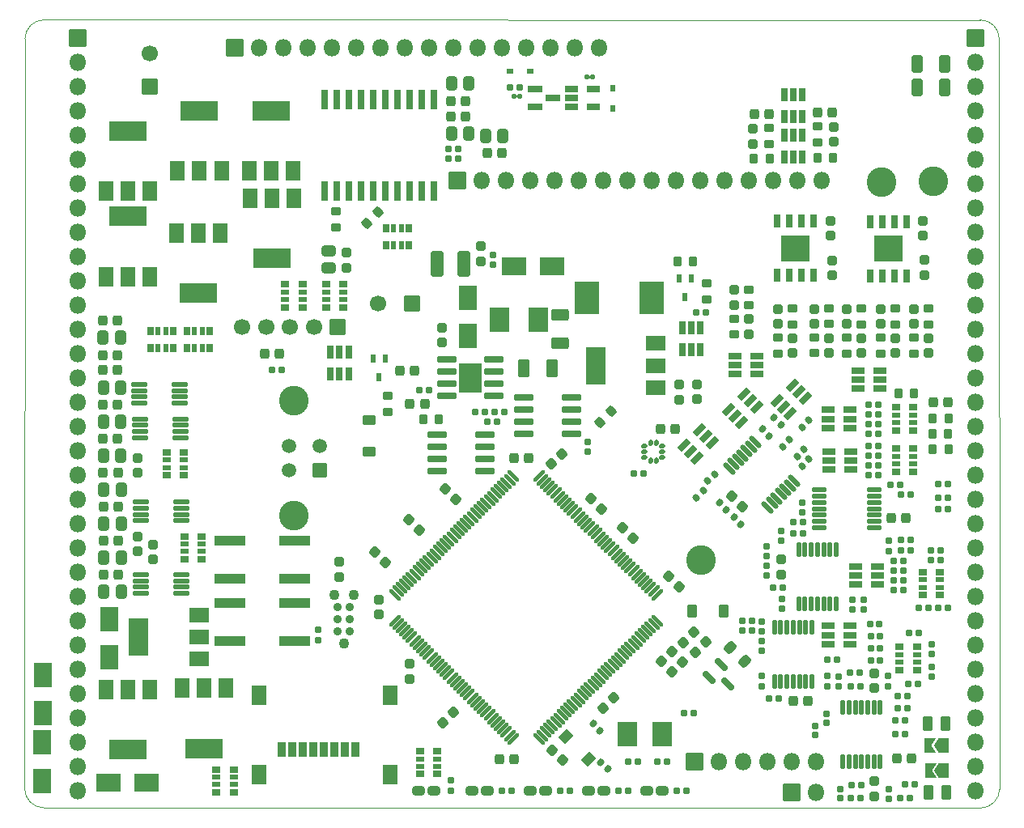
<source format=gbr>
G04 #@! TF.GenerationSoftware,KiCad,Pcbnew,(6.0.1)*
G04 #@! TF.CreationDate,2022-08-29T02:15:06+01:00*
G04 #@! TF.ProjectId,polygonus-Shortage-Version,706f6c79-676f-46e7-9573-2d53686f7274,rev?*
G04 #@! TF.SameCoordinates,Original*
G04 #@! TF.FileFunction,Soldermask,Top*
G04 #@! TF.FilePolarity,Negative*
%FSLAX46Y46*%
G04 Gerber Fmt 4.6, Leading zero omitted, Abs format (unit mm)*
G04 Created by KiCad (PCBNEW (6.0.1)) date 2022-08-29 02:15:06*
%MOMM*%
%LPD*%
G01*
G04 APERTURE LIST*
G04 Aperture macros list*
%AMRoundRect*
0 Rectangle with rounded corners*
0 $1 Rounding radius*
0 $2 $3 $4 $5 $6 $7 $8 $9 X,Y pos of 4 corners*
0 Add a 4 corners polygon primitive as box body*
4,1,4,$2,$3,$4,$5,$6,$7,$8,$9,$2,$3,0*
0 Add four circle primitives for the rounded corners*
1,1,$1+$1,$2,$3*
1,1,$1+$1,$4,$5*
1,1,$1+$1,$6,$7*
1,1,$1+$1,$8,$9*
0 Add four rect primitives between the rounded corners*
20,1,$1+$1,$2,$3,$4,$5,0*
20,1,$1+$1,$4,$5,$6,$7,0*
20,1,$1+$1,$6,$7,$8,$9,0*
20,1,$1+$1,$8,$9,$2,$3,0*%
%AMFreePoly0*
4,1,16,0.533941,0.783941,0.539938,0.776626,1.039938,0.026626,1.047068,-0.009414,1.039938,-0.026626,0.539938,-0.776626,0.509414,-0.797068,0.500000,-0.798000,-0.500000,-0.798000,-0.533941,-0.783941,-0.548000,-0.750000,-0.548000,0.750000,-0.533941,0.783941,-0.500000,0.798000,0.500000,0.798000,0.533941,0.783941,0.533941,0.783941,$1*%
%AMFreePoly1*
4,1,16,0.533941,0.783941,0.548000,0.750000,0.548000,-0.750000,0.533941,-0.783941,0.500000,-0.798000,-0.650000,-0.798000,-0.683941,-0.783941,-0.698000,-0.750000,-0.689938,-0.723374,-0.207689,0.000000,-0.689938,0.723374,-0.697068,0.759414,-0.676626,0.789938,-0.650000,0.798000,0.500000,0.798000,0.533941,0.783941,0.533941,0.783941,$1*%
G04 Aperture macros list end*
G04 #@! TA.AperFunction,Profile*
%ADD10C,0.050000*%
G04 #@! TD*
%ADD11RoundRect,0.273000X0.250000X-0.225000X0.250000X0.225000X-0.250000X0.225000X-0.250000X-0.225000X0*%
%ADD12RoundRect,0.183000X-0.135000X-0.185000X0.135000X-0.185000X0.135000X0.185000X-0.135000X0.185000X0*%
%ADD13RoundRect,0.183000X0.226274X0.035355X0.035355X0.226274X-0.226274X-0.035355X-0.035355X-0.226274X0*%
%ADD14RoundRect,0.148000X0.100000X-0.637500X0.100000X0.637500X-0.100000X0.637500X-0.100000X-0.637500X0*%
%ADD15RoundRect,0.148000X0.637500X0.100000X-0.637500X0.100000X-0.637500X-0.100000X0.637500X-0.100000X0*%
%ADD16RoundRect,0.048000X-0.325000X0.655000X-0.325000X-0.655000X0.325000X-0.655000X0.325000X0.655000X0*%
%ADD17RoundRect,0.048000X-0.300000X0.655000X-0.300000X-0.655000X0.300000X-0.655000X0.300000X0.655000X0*%
%ADD18RoundRect,0.048000X-0.750000X0.662500X-0.750000X-0.662500X0.750000X-0.662500X0.750000X0.662500X0*%
%ADD19RoundRect,0.273000X-0.250000X0.225000X-0.250000X-0.225000X0.250000X-0.225000X0.250000X0.225000X0*%
%ADD20RoundRect,0.183000X-0.226274X-0.035355X-0.035355X-0.226274X0.226274X0.035355X0.035355X0.226274X0*%
%ADD21RoundRect,0.273000X-0.225000X-0.250000X0.225000X-0.250000X0.225000X0.250000X-0.225000X0.250000X0*%
%ADD22RoundRect,0.273000X0.017678X-0.335876X0.335876X-0.017678X-0.017678X0.335876X-0.335876X0.017678X0*%
%ADD23RoundRect,0.188000X-0.140000X-0.170000X0.140000X-0.170000X0.140000X0.170000X-0.140000X0.170000X0*%
%ADD24RoundRect,0.273000X0.335876X0.017678X0.017678X0.335876X-0.335876X-0.017678X-0.017678X-0.335876X0*%
%ADD25RoundRect,0.273000X-0.335876X-0.017678X-0.017678X-0.335876X0.335876X0.017678X0.017678X0.335876X0*%
%ADD26RoundRect,0.266750X0.424264X0.114905X0.114905X0.424264X-0.424264X-0.114905X-0.114905X-0.424264X0*%
%ADD27RoundRect,0.248000X0.200000X0.275000X-0.200000X0.275000X-0.200000X-0.275000X0.200000X-0.275000X0*%
%ADD28RoundRect,0.048000X0.400000X0.250000X-0.400000X0.250000X-0.400000X-0.250000X0.400000X-0.250000X0*%
%ADD29RoundRect,0.048000X0.400000X0.200000X-0.400000X0.200000X-0.400000X-0.200000X0.400000X-0.200000X0*%
%ADD30RoundRect,0.148000X0.521491X-0.380070X-0.380070X0.521491X-0.521491X0.380070X0.380070X-0.521491X0*%
%ADD31RoundRect,0.048000X-0.250000X0.400000X-0.250000X-0.400000X0.250000X-0.400000X0.250000X0.400000X0*%
%ADD32RoundRect,0.048000X-0.200000X0.400000X-0.200000X-0.400000X0.200000X-0.400000X0.200000X0.400000X0*%
%ADD33RoundRect,0.183000X0.135000X0.185000X-0.135000X0.185000X-0.135000X-0.185000X0.135000X-0.185000X0*%
%ADD34RoundRect,0.273000X0.225000X0.250000X-0.225000X0.250000X-0.225000X-0.250000X0.225000X-0.250000X0*%
%ADD35RoundRect,0.123000X0.521491X-0.415425X-0.415425X0.521491X-0.521491X0.415425X0.415425X-0.521491X0*%
%ADD36RoundRect,0.123000X0.521491X0.415425X0.415425X0.521491X-0.521491X-0.415425X-0.415425X-0.521491X0*%
%ADD37RoundRect,0.298000X-0.325000X-0.650000X0.325000X-0.650000X0.325000X0.650000X-0.325000X0.650000X0*%
%ADD38RoundRect,0.248000X-0.200000X-0.275000X0.200000X-0.275000X0.200000X0.275000X-0.200000X0.275000X0*%
%ADD39RoundRect,0.188000X0.140000X0.170000X-0.140000X0.170000X-0.140000X-0.170000X0.140000X-0.170000X0*%
%ADD40RoundRect,0.048000X0.250000X-0.400000X0.250000X0.400000X-0.250000X0.400000X-0.250000X-0.400000X0*%
%ADD41RoundRect,0.048000X0.200000X-0.400000X0.200000X0.400000X-0.200000X0.400000X-0.200000X-0.400000X0*%
%ADD42RoundRect,0.048000X-1.250000X-0.900000X1.250000X-0.900000X1.250000X0.900000X-1.250000X0.900000X0*%
%ADD43RoundRect,0.048000X-0.400000X-0.250000X0.400000X-0.250000X0.400000X0.250000X-0.400000X0.250000X0*%
%ADD44RoundRect,0.048000X-0.400000X-0.200000X0.400000X-0.200000X0.400000X0.200000X-0.400000X0.200000X0*%
%ADD45RoundRect,0.298000X-0.262500X-0.450000X0.262500X-0.450000X0.262500X0.450000X-0.262500X0.450000X0*%
%ADD46RoundRect,0.148000X0.712500X0.100000X-0.712500X0.100000X-0.712500X-0.100000X0.712500X-0.100000X0*%
%ADD47RoundRect,0.260500X0.400000X0.212500X-0.400000X0.212500X-0.400000X-0.212500X0.400000X-0.212500X0*%
%ADD48RoundRect,0.183000X-0.185000X0.135000X-0.185000X-0.135000X0.185000X-0.135000X0.185000X0.135000X0*%
%ADD49RoundRect,0.248000X-0.275000X0.200000X-0.275000X-0.200000X0.275000X-0.200000X0.275000X0.200000X0*%
%ADD50RoundRect,0.248000X0.275000X-0.200000X0.275000X0.200000X-0.275000X0.200000X-0.275000X-0.200000X0*%
%ADD51RoundRect,0.048000X0.600000X-0.450000X0.600000X0.450000X-0.600000X0.450000X-0.600000X-0.450000X0*%
%ADD52RoundRect,0.298000X0.312500X0.625000X-0.312500X0.625000X-0.312500X-0.625000X0.312500X-0.625000X0*%
%ADD53RoundRect,0.298000X-0.312500X-0.625000X0.312500X-0.625000X0.312500X0.625000X-0.312500X0.625000X0*%
%ADD54C,3.096000*%
%ADD55RoundRect,0.198000X0.150000X-0.512500X0.150000X0.512500X-0.150000X0.512500X-0.150000X-0.512500X0*%
%ADD56RoundRect,0.048000X0.225000X0.350000X-0.225000X0.350000X-0.225000X-0.350000X0.225000X-0.350000X0*%
%ADD57RoundRect,0.183000X0.185000X-0.135000X0.185000X0.135000X-0.185000X0.135000X-0.185000X-0.135000X0*%
%ADD58RoundRect,0.048000X0.800000X0.800000X-0.800000X0.800000X-0.800000X-0.800000X0.800000X-0.800000X0*%
%ADD59C,1.696000*%
%ADD60RoundRect,0.048000X1.250000X-1.650000X1.250000X1.650000X-1.250000X1.650000X-1.250000X-1.650000X0*%
%ADD61RoundRect,0.183000X-0.035355X0.226274X-0.226274X0.035355X0.035355X-0.226274X0.226274X-0.035355X0*%
%ADD62RoundRect,0.183000X0.035355X-0.226274X0.226274X-0.035355X-0.035355X0.226274X-0.226274X0.035355X0*%
%ADD63RoundRect,0.198000X0.512500X0.150000X-0.512500X0.150000X-0.512500X-0.150000X0.512500X-0.150000X0*%
%ADD64RoundRect,0.188000X-0.170000X0.140000X-0.170000X-0.140000X0.170000X-0.140000X0.170000X0.140000X0*%
%ADD65RoundRect,0.188000X0.170000X-0.140000X0.170000X0.140000X-0.170000X0.140000X-0.170000X-0.140000X0*%
%ADD66RoundRect,0.148000X-0.100000X0.637500X-0.100000X-0.637500X0.100000X-0.637500X0.100000X0.637500X0*%
%ADD67RoundRect,0.048000X1.000000X0.750000X-1.000000X0.750000X-1.000000X-0.750000X1.000000X-0.750000X0*%
%ADD68RoundRect,0.048000X1.000000X1.900000X-1.000000X1.900000X-1.000000X-1.900000X1.000000X-1.900000X0*%
%ADD69RoundRect,0.048000X-1.000000X-1.200000X1.000000X-1.200000X1.000000X1.200000X-1.000000X1.200000X0*%
%ADD70RoundRect,0.198000X-0.825000X-0.150000X0.825000X-0.150000X0.825000X0.150000X-0.825000X0.150000X0*%
%ADD71RoundRect,0.048000X-1.145000X-1.500000X1.145000X-1.500000X1.145000X1.500000X-1.145000X1.500000X0*%
%ADD72RoundRect,0.048000X0.900000X-1.250000X0.900000X1.250000X-0.900000X1.250000X-0.900000X-1.250000X0*%
%ADD73RoundRect,0.048000X-0.900000X1.250000X-0.900000X-1.250000X0.900000X-1.250000X0.900000X1.250000X0*%
%ADD74RoundRect,0.198000X-0.150000X0.512500X-0.150000X-0.512500X0.150000X-0.512500X0.150000X0.512500X0*%
%ADD75RoundRect,0.298000X0.375000X1.075000X-0.375000X1.075000X-0.375000X-1.075000X0.375000X-1.075000X0*%
%ADD76RoundRect,0.248000X-0.053033X0.335876X-0.335876X0.053033X0.053033X-0.335876X0.335876X-0.053033X0*%
%ADD77RoundRect,0.048000X0.950000X1.250000X-0.950000X1.250000X-0.950000X-1.250000X0.950000X-1.250000X0*%
%ADD78RoundRect,0.298000X-0.650000X0.325000X-0.650000X-0.325000X0.650000X-0.325000X0.650000X0.325000X0*%
%ADD79RoundRect,0.298000X-0.250000X-0.475000X0.250000X-0.475000X0.250000X0.475000X-0.250000X0.475000X0*%
%ADD80RoundRect,0.048000X0.850000X-0.850000X0.850000X0.850000X-0.850000X0.850000X-0.850000X-0.850000X0*%
%ADD81O,1.796000X1.796000*%
%ADD82FreePoly0,180.000000*%
%ADD83FreePoly1,180.000000*%
%ADD84RoundRect,0.048000X0.400000X0.750000X-0.400000X0.750000X-0.400000X-0.750000X0.400000X-0.750000X0*%
%ADD85RoundRect,0.048000X0.725000X1.000000X-0.725000X1.000000X-0.725000X-1.000000X0.725000X-1.000000X0*%
%ADD86RoundRect,0.048000X-0.700000X0.700000X-0.700000X-0.700000X0.700000X-0.700000X0.700000X0.700000X0*%
%ADD87C,1.496000*%
%ADD88RoundRect,0.298000X-0.450000X0.262500X-0.450000X-0.262500X0.450000X-0.262500X0.450000X0.262500X0*%
%ADD89RoundRect,0.198000X-0.521491X0.309359X0.309359X-0.521491X0.521491X-0.309359X-0.309359X0.521491X0*%
%ADD90RoundRect,0.148000X-0.100000X0.175000X-0.100000X-0.175000X0.100000X-0.175000X0.100000X0.175000X0*%
%ADD91RoundRect,0.148000X-0.175000X0.100000X-0.175000X-0.100000X0.175000X-0.100000X0.175000X0.100000X0*%
%ADD92RoundRect,0.048000X-1.600000X-0.500000X1.600000X-0.500000X1.600000X0.500000X-1.600000X0.500000X0*%
%ADD93RoundRect,0.048000X1.600000X0.500000X-1.600000X0.500000X-1.600000X-0.500000X1.600000X-0.500000X0*%
%ADD94C,1.086600*%
%ADD95C,0.883400*%
%ADD96RoundRect,0.048000X-0.450000X-0.600000X0.450000X-0.600000X0.450000X0.600000X-0.450000X0.600000X0*%
%ADD97RoundRect,0.048000X-0.742462X-0.106066X-0.106066X-0.742462X0.742462X0.106066X0.106066X0.742462X0*%
%ADD98RoundRect,0.048000X0.225000X-0.300000X0.225000X0.300000X-0.225000X0.300000X-0.225000X-0.300000X0*%
%ADD99RoundRect,0.198000X-0.512500X-0.150000X0.512500X-0.150000X0.512500X0.150000X-0.512500X0.150000X0*%
%ADD100RoundRect,0.048000X0.750000X-1.000000X0.750000X1.000000X-0.750000X1.000000X-0.750000X-1.000000X0*%
%ADD101RoundRect,0.048000X1.900000X-1.000000X1.900000X1.000000X-1.900000X1.000000X-1.900000X-1.000000X0*%
%ADD102RoundRect,0.198000X0.256326X0.468458X-0.468458X-0.256326X-0.256326X-0.468458X0.468458X0.256326X0*%
%ADD103RoundRect,0.048000X0.275000X0.975000X-0.275000X0.975000X-0.275000X-0.975000X0.275000X-0.975000X0*%
%ADD104RoundRect,0.248000X0.053033X-0.335876X0.335876X-0.053033X-0.053033X0.335876X-0.335876X0.053033X0*%
%ADD105RoundRect,0.148000X-0.130000X-0.100000X0.130000X-0.100000X0.130000X0.100000X-0.130000X0.100000X0*%
%ADD106RoundRect,0.048000X-0.750000X1.000000X-0.750000X-1.000000X0.750000X-1.000000X0.750000X1.000000X0*%
%ADD107RoundRect,0.048000X-1.900000X1.000000X-1.900000X-1.000000X1.900000X-1.000000X1.900000X1.000000X0*%
%ADD108RoundRect,0.198000X-0.587500X-0.150000X0.587500X-0.150000X0.587500X0.150000X-0.587500X0.150000X0*%
%ADD109RoundRect,0.048000X-0.300000X-0.225000X0.300000X-0.225000X0.300000X0.225000X-0.300000X0.225000X0*%
%ADD110RoundRect,0.198000X0.825000X0.150000X-0.825000X0.150000X-0.825000X-0.150000X0.825000X-0.150000X0*%
%ADD111RoundRect,0.148000X0.130000X0.100000X-0.130000X0.100000X-0.130000X-0.100000X0.130000X-0.100000X0*%
%ADD112RoundRect,0.048000X0.800000X-0.800000X0.800000X0.800000X-0.800000X0.800000X-0.800000X-0.800000X0*%
%ADD113RoundRect,0.048000X0.850000X0.850000X-0.850000X0.850000X-0.850000X-0.850000X0.850000X-0.850000X0*%
%ADD114RoundRect,0.048000X-0.850000X0.850000X-0.850000X-0.850000X0.850000X-0.850000X0.850000X0.850000X0*%
G04 APERTURE END LIST*
D10*
X27598758Y70480030D02*
X27566743Y-7944264D01*
X29598758Y72480030D02*
G75*
G03*
X27598758Y70480030I-1J-1999999D01*
G01*
X127511245Y72474911D02*
X29598758Y72480030D01*
X29566743Y-9944264D02*
X127539293Y-9975264D01*
X127539293Y-9975264D02*
G75*
G03*
X129539293Y-7975264I1J1999999D01*
G01*
X129539293Y-7975264D02*
X129511245Y70474911D01*
X27566743Y-7944264D02*
G75*
G03*
X29566743Y-9944264I1999999J-1D01*
G01*
X129511245Y70474911D02*
G75*
G03*
X127511245Y72474911I-1999999J1D01*
G01*
X27598758Y70480030D02*
X27566743Y-7944264D01*
X29598758Y72480030D02*
G75*
G03*
X27598758Y70480030I-1J-1999999D01*
G01*
X127511245Y72474911D02*
X29598758Y72480030D01*
X29566743Y-9944264D02*
X127539293Y-9975264D01*
X127539293Y-9975264D02*
G75*
G03*
X129539293Y-7975264I1J1999999D01*
G01*
X129539293Y-7975264D02*
X129511245Y70474911D01*
X27566743Y-7944264D02*
G75*
G03*
X29566743Y-9944264I1999999J-1D01*
G01*
X129511245Y70474911D02*
G75*
G03*
X127511245Y72474911I-1999999J1D01*
G01*
D11*
G04 #@! TO.C,C1015*
X112003326Y45778948D03*
X112003326Y47328948D03*
G04 #@! TD*
D12*
G04 #@! TO.C,R902*
X123130975Y21307317D03*
X124150975Y21307317D03*
G04 #@! TD*
G04 #@! TO.C,R903*
X123142194Y22496586D03*
X124162194Y22496586D03*
G04 #@! TD*
G04 #@! TO.C,R904*
X123119755Y23887806D03*
X124139755Y23887806D03*
G04 #@! TD*
D13*
G04 #@! TO.C,R1007*
X88562124Y-5885124D03*
X87840876Y-5163876D03*
G04 #@! TD*
D14*
G04 #@! TO.C,U801*
X108540000Y11361500D03*
X109190000Y11361500D03*
X109840000Y11361500D03*
X110490000Y11361500D03*
X111140000Y11361500D03*
X111790000Y11361500D03*
X112440000Y11361500D03*
X112440000Y17086500D03*
X111790000Y17086500D03*
X111140000Y17086500D03*
X110490000Y17086500D03*
X109840000Y17086500D03*
X109190000Y17086500D03*
X108540000Y17086500D03*
G04 #@! TD*
D15*
G04 #@! TO.C,U901*
X116400500Y19386000D03*
X116400500Y20036000D03*
X116400500Y20686000D03*
X116400500Y21336000D03*
X116400500Y21986000D03*
X116400500Y22636000D03*
X116400500Y23286000D03*
X110675500Y23286000D03*
X110675500Y22636000D03*
X110675500Y21986000D03*
X110675500Y21336000D03*
X110675500Y20686000D03*
X110675500Y20036000D03*
X110675500Y19386000D03*
G04 #@! TD*
D16*
G04 #@! TO.C,U1004*
X119814671Y51392123D03*
X118544671Y51392123D03*
X117274671Y51392123D03*
D17*
X116004671Y51392123D03*
D16*
X116004671Y45702123D03*
X117274671Y45702123D03*
X118544671Y45702123D03*
X119814671Y45702123D03*
D18*
X118659671Y49209623D03*
X117159671Y47884623D03*
X118659671Y47884623D03*
X117159671Y49209623D03*
G04 #@! TD*
D16*
G04 #@! TO.C,U1005*
X110083142Y51429989D03*
X108813142Y51429989D03*
X107543142Y51429989D03*
D17*
X106273142Y51429989D03*
D16*
X106273142Y45739989D03*
X107543142Y45739989D03*
X108813142Y45739989D03*
X110083142Y45739989D03*
D18*
X108928142Y47922489D03*
X107428142Y49247489D03*
X107428142Y47922489D03*
X108928142Y49247489D03*
G04 #@! TD*
D19*
G04 #@! TO.C,C1016*
X121539912Y51428769D03*
X121539912Y49878769D03*
G04 #@! TD*
D11*
G04 #@! TO.C,C1017*
X121694368Y45805498D03*
X121694368Y47355498D03*
G04 #@! TD*
D19*
G04 #@! TO.C,C1018*
X111896736Y51445598D03*
X111896736Y49895598D03*
G04 #@! TD*
D20*
G04 #@! TO.C,R1006*
X87015376Y-1163376D03*
X87736624Y-1884624D03*
G04 #@! TD*
D21*
G04 #@! TO.C,C701*
X107937000Y1270000D03*
X109487000Y1270000D03*
G04 #@! TD*
D11*
G04 #@! TO.C,C801*
X106680000Y14465000D03*
X106680000Y16015000D03*
G04 #@! TD*
D21*
G04 #@! TO.C,C901*
X118194266Y20335608D03*
X119744266Y20335608D03*
G04 #@! TD*
D22*
G04 #@! TO.C,C1518*
X82636992Y25994992D03*
X83733008Y27091008D03*
G04 #@! TD*
D23*
G04 #@! TO.C,C1521*
X90706000Y-5080000D03*
X91666000Y-5080000D03*
G04 #@! TD*
D21*
G04 #@! TO.C,C1503*
X78727000Y26670000D03*
X80277000Y26670000D03*
G04 #@! TD*
D24*
G04 #@! TO.C,C1505*
X95290008Y4277992D03*
X94193992Y5374008D03*
G04 #@! TD*
G04 #@! TO.C,C1506*
X96052008Y13167992D03*
X94955992Y14264008D03*
G04 #@! TD*
D25*
G04 #@! TO.C,C1507*
X71587992Y23408008D03*
X72684008Y22311992D03*
G04 #@! TD*
D22*
G04 #@! TO.C,C1501*
X96479992Y7325992D03*
X97576008Y8422008D03*
G04 #@! TD*
G04 #@! TO.C,C1502*
X97749992Y6309992D03*
X98846008Y7406008D03*
G04 #@! TD*
D24*
G04 #@! TO.C,C1101*
X102656008Y21549992D03*
X101559992Y22646008D03*
G04 #@! TD*
D26*
G04 #@! TO.C,FB1501*
X102859301Y5344699D03*
X101356699Y6847301D03*
G04 #@! TD*
D12*
G04 #@! TO.C,R901*
X119202315Y18098535D03*
X120222315Y18098535D03*
G04 #@! TD*
G04 #@! TO.C,R1502*
X96518000Y0D03*
X97538000Y0D03*
G04 #@! TD*
D27*
G04 #@! TO.C,R1101*
X124203537Y27547316D03*
X122553537Y27547316D03*
G04 #@! TD*
G04 #@! TO.C,R1102*
X124169878Y29129268D03*
X122519878Y29129268D03*
G04 #@! TD*
G04 #@! TO.C,R1103*
X124181098Y30789757D03*
X122531098Y30789757D03*
G04 #@! TD*
G04 #@! TO.C,R1104*
X120586000Y33401000D03*
X118936000Y33401000D03*
G04 #@! TD*
D28*
G04 #@! TO.C,RN701*
X120887074Y4487074D03*
D29*
X120887074Y5287074D03*
X120887074Y6087074D03*
D28*
X120887074Y6887074D03*
X119087074Y6887074D03*
D29*
X119087074Y6087074D03*
X119087074Y5287074D03*
D28*
X119087074Y4487074D03*
G04 #@! TD*
G04 #@! TO.C,RN801*
X123301709Y12312926D03*
D29*
X123301709Y13112926D03*
X123301709Y13912926D03*
D28*
X123301709Y14712926D03*
X121501709Y14712926D03*
D29*
X121501709Y13912926D03*
X121501709Y13112926D03*
D28*
X121501709Y12312926D03*
G04 #@! TD*
G04 #@! TO.C,RN901*
X120534000Y25216000D03*
D29*
X120534000Y26016000D03*
X120534000Y26816000D03*
D28*
X120534000Y27616000D03*
X118734000Y27616000D03*
D29*
X118734000Y26816000D03*
X118734000Y26016000D03*
D28*
X118734000Y25216000D03*
G04 #@! TD*
G04 #@! TO.C,RN1101*
X120534000Y29534000D03*
D29*
X120534000Y30334000D03*
X120534000Y31134000D03*
D28*
X120534000Y31934000D03*
X118734000Y31934000D03*
D29*
X118734000Y31134000D03*
X118734000Y30334000D03*
D28*
X118734000Y29534000D03*
G04 #@! TD*
D30*
G04 #@! TO.C,U1101*
X105293235Y21489049D03*
X105752854Y21948668D03*
X106212474Y22408287D03*
X106672093Y22867907D03*
X107131713Y23327526D03*
X107591332Y23787146D03*
X108050951Y24246765D03*
X104002765Y28294951D03*
X103543146Y27835332D03*
X103083526Y27375713D03*
X102623907Y26916093D03*
X102164287Y26456474D03*
X101704668Y25996854D03*
X101245049Y25537235D03*
G04 #@! TD*
D21*
G04 #@! TO.C,C1516*
X52662462Y37533142D03*
X54212462Y37533142D03*
G04 #@! TD*
D12*
G04 #@! TO.C,R1501*
X53400730Y35884875D03*
X54420730Y35884875D03*
G04 #@! TD*
D19*
G04 #@! TO.C,C1301*
X61218413Y48102703D03*
X61218413Y46552703D03*
G04 #@! TD*
D21*
G04 #@! TO.C,C1302*
X75971164Y58519287D03*
X77521164Y58519287D03*
G04 #@! TD*
D31*
G04 #@! TO.C,RN1301*
X67750175Y50664268D03*
D32*
X66950175Y50664268D03*
X66150175Y50664268D03*
D31*
X65350175Y50664268D03*
X65350175Y48864268D03*
D32*
X66150175Y48864268D03*
X66950175Y48864268D03*
D31*
X67750175Y48864268D03*
G04 #@! TD*
D19*
G04 #@! TO.C,C1523*
X97854133Y34331095D03*
X97854133Y32781095D03*
G04 #@! TD*
D33*
G04 #@! TO.C,R1504*
X98808000Y41910000D03*
X97788000Y41910000D03*
G04 #@! TD*
D14*
G04 #@! TO.C,U701*
X106000000Y3233500D03*
X106650000Y3233500D03*
X107300000Y3233500D03*
X107950000Y3233500D03*
X108600000Y3233500D03*
X109250000Y3233500D03*
X109900000Y3233500D03*
X109900000Y8958500D03*
X109250000Y8958500D03*
X108600000Y8958500D03*
X107950000Y8958500D03*
X107300000Y8958500D03*
X106650000Y8958500D03*
X106000000Y8958500D03*
G04 #@! TD*
D25*
G04 #@! TO.C,C1508*
X67777992Y20207608D03*
X68874008Y19111592D03*
G04 #@! TD*
D24*
G04 #@! TO.C,C1509*
X91226008Y18247992D03*
X90129992Y19344008D03*
G04 #@! TD*
D19*
G04 #@! TO.C,C1510*
X67818000Y5093000D03*
X67818000Y3543000D03*
G04 #@! TD*
D34*
G04 #@! TO.C,C1511*
X78753000Y-4826000D03*
X77203000Y-4826000D03*
G04 #@! TD*
D11*
G04 #@! TO.C,C1513*
X64643000Y10274000D03*
X64643000Y11824000D03*
G04 #@! TD*
D22*
G04 #@! TO.C,C1515*
X88097992Y467992D03*
X89194008Y1564008D03*
G04 #@! TD*
D35*
G04 #@! TO.C,U1501*
X81352342Y-2726710D03*
X81705895Y-2373157D03*
X82059449Y-2019604D03*
X82413002Y-1666050D03*
X82766555Y-1312497D03*
X83120109Y-958943D03*
X83473662Y-605390D03*
X83827215Y-251837D03*
X84180769Y101717D03*
X84534322Y455270D03*
X84887876Y808824D03*
X85241429Y1162377D03*
X85594982Y1515930D03*
X85948536Y1869484D03*
X86302089Y2223037D03*
X86655643Y2576590D03*
X87009196Y2930144D03*
X87362749Y3283697D03*
X87716303Y3637251D03*
X88069856Y3990804D03*
X88423410Y4344357D03*
X88776963Y4697911D03*
X89130516Y5051464D03*
X89484070Y5405018D03*
X89837623Y5758571D03*
X90191176Y6112124D03*
X90544730Y6465678D03*
X90898283Y6819231D03*
X91251837Y7172785D03*
X91605390Y7526338D03*
X91958943Y7879891D03*
X92312497Y8233445D03*
X92666050Y8586998D03*
X93019604Y8940551D03*
X93373157Y9294105D03*
X93726710Y9647658D03*
D36*
X93726710Y12352342D03*
X93373157Y12705895D03*
X93019604Y13059449D03*
X92666050Y13413002D03*
X92312497Y13766555D03*
X91958943Y14120109D03*
X91605390Y14473662D03*
X91251837Y14827215D03*
X90898283Y15180769D03*
X90544730Y15534322D03*
X90191176Y15887876D03*
X89837623Y16241429D03*
X89484070Y16594982D03*
X89130516Y16948536D03*
X88776963Y17302089D03*
X88423410Y17655643D03*
X88069856Y18009196D03*
X87716303Y18362749D03*
X87362749Y18716303D03*
X87009196Y19069856D03*
X86655643Y19423410D03*
X86302089Y19776963D03*
X85948536Y20130516D03*
X85594982Y20484070D03*
X85241429Y20837623D03*
X84887876Y21191176D03*
X84534322Y21544730D03*
X84180769Y21898283D03*
X83827215Y22251837D03*
X83473662Y22605390D03*
X83120109Y22958943D03*
X82766555Y23312497D03*
X82413002Y23666050D03*
X82059449Y24019604D03*
X81705895Y24373157D03*
X81352342Y24726710D03*
D35*
X78647658Y24726710D03*
X78294105Y24373157D03*
X77940551Y24019604D03*
X77586998Y23666050D03*
X77233445Y23312497D03*
X76879891Y22958943D03*
X76526338Y22605390D03*
X76172785Y22251837D03*
X75819231Y21898283D03*
X75465678Y21544730D03*
X75112124Y21191176D03*
X74758571Y20837623D03*
X74405018Y20484070D03*
X74051464Y20130516D03*
X73697911Y19776963D03*
X73344357Y19423410D03*
X72990804Y19069856D03*
X72637251Y18716303D03*
X72283697Y18362749D03*
X71930144Y18009196D03*
X71576590Y17655643D03*
X71223037Y17302089D03*
X70869484Y16948536D03*
X70515930Y16594982D03*
X70162377Y16241429D03*
X69808824Y15887876D03*
X69455270Y15534322D03*
X69101717Y15180769D03*
X68748163Y14827215D03*
X68394610Y14473662D03*
X68041057Y14120109D03*
X67687503Y13766555D03*
X67333950Y13413002D03*
X66980396Y13059449D03*
X66626843Y12705895D03*
X66273290Y12352342D03*
D36*
X66273290Y9647658D03*
X66626843Y9294105D03*
X66980396Y8940551D03*
X67333950Y8586998D03*
X67687503Y8233445D03*
X68041057Y7879891D03*
X68394610Y7526338D03*
X68748163Y7172785D03*
X69101717Y6819231D03*
X69455270Y6465678D03*
X69808824Y6112124D03*
X70162377Y5758571D03*
X70515930Y5405018D03*
X70869484Y5051464D03*
X71223037Y4697911D03*
X71576590Y4344357D03*
X71930144Y3990804D03*
X72283697Y3637251D03*
X72637251Y3283697D03*
X72990804Y2930144D03*
X73344357Y2576590D03*
X73697911Y2223037D03*
X74051464Y1869484D03*
X74405018Y1515930D03*
X74758571Y1162377D03*
X75112124Y808824D03*
X75465678Y455270D03*
X75819231Y101717D03*
X76172785Y-251837D03*
X76526338Y-605390D03*
X76879891Y-958943D03*
X77233445Y-1312497D03*
X77586998Y-1666050D03*
X77940551Y-2019604D03*
X78294105Y-2373157D03*
X78647658Y-2726710D03*
G04 #@! TD*
D34*
G04 #@! TO.C,C1002*
X68339000Y35814000D03*
X66789000Y35814000D03*
G04 #@! TD*
D37*
G04 #@! TO.C,C1004*
X79805000Y36068000D03*
X82755000Y36068000D03*
G04 #@! TD*
D38*
G04 #@! TO.C,R1004*
X95822000Y47244000D03*
X97472000Y47244000D03*
G04 #@! TD*
D39*
G04 #@! TO.C,C1522*
X94714000Y-5080000D03*
X93754000Y-5080000D03*
G04 #@! TD*
D24*
G04 #@! TO.C,C1504*
X87924008Y21295992D03*
X86827992Y22392008D03*
G04 #@! TD*
D28*
G04 #@! TO.C,RN501*
X49438751Y-8325729D03*
D29*
X49438751Y-7525729D03*
X49438751Y-6725729D03*
D28*
X49438751Y-5925729D03*
X47638751Y-5925729D03*
D29*
X47638751Y-6725729D03*
X47638751Y-7525729D03*
D28*
X47638751Y-8325729D03*
G04 #@! TD*
D40*
G04 #@! TO.C,RN201*
X44527547Y38147586D03*
D41*
X45327547Y38147586D03*
X46127547Y38147586D03*
D40*
X46927547Y38147586D03*
X46927547Y39947586D03*
D41*
X46127547Y39947586D03*
X45327547Y39947586D03*
D40*
X44527547Y39947586D03*
G04 #@! TD*
G04 #@! TO.C,RN301*
X40707013Y38147586D03*
D41*
X41507013Y38147586D03*
X42307013Y38147586D03*
D40*
X43107013Y38147586D03*
X43107013Y39947586D03*
D41*
X42307013Y39947586D03*
X41507013Y39947586D03*
D40*
X40707013Y39947586D03*
G04 #@! TD*
D11*
G04 #@! TO.C,C1006*
X75311000Y47231000D03*
X75311000Y48781000D03*
G04 #@! TD*
D42*
G04 #@! TO.C,D903*
X78772000Y46736000D03*
X82772000Y46736000D03*
G04 #@! TD*
D28*
G04 #@! TO.C,RN202*
X60892921Y42396889D03*
D29*
X60892921Y43196889D03*
X60892921Y43996889D03*
D28*
X60892921Y44796889D03*
X59092921Y44796889D03*
D29*
X59092921Y43996889D03*
X59092921Y43196889D03*
D28*
X59092921Y42396889D03*
G04 #@! TD*
G04 #@! TO.C,RN302*
X56624059Y42396889D03*
D29*
X56624059Y43196889D03*
X56624059Y43996889D03*
D28*
X56624059Y44796889D03*
X54824059Y44796889D03*
D29*
X54824059Y43996889D03*
X54824059Y43196889D03*
D28*
X54824059Y42396889D03*
G04 #@! TD*
D43*
G04 #@! TO.C,RN502*
X68932197Y-4025853D03*
D44*
X68932197Y-4825853D03*
X68932197Y-5625853D03*
D43*
X68932197Y-6425853D03*
X70732197Y-6425853D03*
D44*
X70732197Y-5625853D03*
X70732197Y-4825853D03*
D43*
X70732197Y-4025853D03*
G04 #@! TD*
D11*
G04 #@! TO.C,C1604*
X39417944Y16895591D03*
X39417944Y18445591D03*
G04 #@! TD*
D21*
G04 #@! TO.C,C1605*
X35811605Y14418165D03*
X37361605Y14418165D03*
G04 #@! TD*
G04 #@! TO.C,C1606*
X35811605Y17991793D03*
X37361605Y17991793D03*
G04 #@! TD*
D19*
G04 #@! TO.C,C1607*
X40957852Y17573129D03*
X40957852Y16023129D03*
G04 #@! TD*
D21*
G04 #@! TO.C,C1608*
X35798610Y21539431D03*
X37348610Y21539431D03*
G04 #@! TD*
G04 #@! TO.C,C1609*
X35759625Y25087070D03*
X37309625Y25087070D03*
G04 #@! TD*
D11*
G04 #@! TO.C,C1701*
X39371411Y25063581D03*
X39371411Y26613581D03*
G04 #@! TD*
D21*
G04 #@! TO.C,C1702*
X35754925Y28660698D03*
X37304925Y28660698D03*
G04 #@! TD*
G04 #@! TO.C,C1703*
X35728935Y32195341D03*
X37278935Y32195341D03*
G04 #@! TD*
G04 #@! TO.C,C1704*
X35714668Y41015081D03*
X37264668Y41015081D03*
G04 #@! TD*
G04 #@! TO.C,C1705*
X35720640Y35845890D03*
X37270640Y35845890D03*
G04 #@! TD*
G04 #@! TO.C,C1706*
X35702945Y37405291D03*
X37252945Y37405291D03*
G04 #@! TD*
D45*
G04 #@! TO.C,R1601*
X35869031Y12637848D03*
X37694031Y12637848D03*
G04 #@! TD*
G04 #@! TO.C,R1602*
X35869031Y16198482D03*
X37694031Y16198482D03*
G04 #@! TD*
G04 #@! TO.C,R1603*
X35856036Y19759115D03*
X37681036Y19759115D03*
G04 #@! TD*
G04 #@! TO.C,R1604*
X35845890Y23319748D03*
X37670890Y23319748D03*
G04 #@! TD*
G04 #@! TO.C,R1701*
X35806905Y26867386D03*
X37631905Y26867386D03*
G04 #@! TD*
G04 #@! TO.C,R1702*
X35804056Y30441014D03*
X37629056Y30441014D03*
G04 #@! TD*
G04 #@! TO.C,R1703*
X35793910Y33974608D03*
X37618910Y33974608D03*
G04 #@! TD*
G04 #@! TO.C,R1704*
X35772093Y39221769D03*
X37597093Y39221769D03*
G04 #@! TD*
D46*
G04 #@! TO.C,U1602*
X43967008Y12485208D03*
X43967008Y13135208D03*
X43967008Y13785208D03*
X43967008Y14435208D03*
X39742008Y14435208D03*
X39742008Y13785208D03*
X39742008Y13135208D03*
X39742008Y12485208D03*
G04 #@! TD*
G04 #@! TO.C,U1603*
X43967008Y20067797D03*
X43967008Y20717797D03*
X43967008Y21367797D03*
X43967008Y22017797D03*
X39742008Y22017797D03*
X39742008Y21367797D03*
X39742008Y20717797D03*
X39742008Y20067797D03*
G04 #@! TD*
G04 #@! TO.C,U1701*
X43881730Y28772205D03*
X43881730Y29422205D03*
X43881730Y30072205D03*
X43881730Y30722205D03*
X39656730Y30722205D03*
X39656730Y30072205D03*
X39656730Y29422205D03*
X39656730Y28772205D03*
G04 #@! TD*
G04 #@! TO.C,U1702*
X43798073Y32377947D03*
X43798073Y33027947D03*
X43798073Y33677947D03*
X43798073Y34327947D03*
X39573073Y34327947D03*
X39573073Y33677947D03*
X39573073Y33027947D03*
X39573073Y32377947D03*
G04 #@! TD*
D47*
G04 #@! TO.C,D1502*
X70408500Y-8128000D03*
X68783500Y-8128000D03*
G04 #@! TD*
D48*
G04 #@! TO.C,R1508*
X72136000Y-7110000D03*
X72136000Y-8130000D03*
G04 #@! TD*
D28*
G04 #@! TO.C,RN1601*
X46064463Y16053702D03*
D29*
X46064463Y16853702D03*
X46064463Y17653702D03*
D28*
X46064463Y18453702D03*
X44264463Y18453702D03*
D29*
X44264463Y17653702D03*
X44264463Y16853702D03*
D28*
X44264463Y16053702D03*
G04 #@! TD*
D43*
G04 #@! TO.C,RN1701*
X42416447Y27223760D03*
D44*
X42416447Y26423760D03*
X42416447Y25623760D03*
D43*
X42416447Y24823760D03*
X44216447Y24823760D03*
D44*
X44216447Y25623760D03*
X44216447Y26423760D03*
D43*
X44216447Y27223760D03*
G04 #@! TD*
D11*
G04 #@! TO.C,C1204*
X110169903Y40696474D03*
X110169903Y42246474D03*
G04 #@! TD*
G04 #@! TO.C,C1208*
X103319940Y39608627D03*
X103319940Y41158627D03*
G04 #@! TD*
G04 #@! TO.C,C1402*
X115092196Y37604500D03*
X115092196Y39154500D03*
G04 #@! TD*
G04 #@! TO.C,C1403*
X120556828Y40690713D03*
X120556828Y42240713D03*
G04 #@! TD*
G04 #@! TO.C,C1404*
X122080828Y37642713D03*
X122080828Y39192713D03*
G04 #@! TD*
G04 #@! TO.C,C1405*
X117080632Y40674706D03*
X117080632Y42224706D03*
G04 #@! TD*
G04 #@! TO.C,C1406*
X118604632Y37626706D03*
X118604632Y39176706D03*
G04 #@! TD*
G04 #@! TO.C,C1407*
X106349131Y40643085D03*
X106349131Y42193085D03*
G04 #@! TD*
G04 #@! TO.C,C1408*
X107881702Y37604825D03*
X107881702Y39154825D03*
G04 #@! TD*
D49*
G04 #@! TO.C,R1201*
X111693903Y42296474D03*
X111693903Y40646474D03*
G04 #@! TD*
D50*
G04 #@! TO.C,R1202*
X110169903Y37598474D03*
X110169903Y39248474D03*
G04 #@! TD*
D49*
G04 #@! TO.C,R1203*
X103319940Y44256627D03*
X103319940Y42606627D03*
G04 #@! TD*
D50*
G04 #@! TO.C,R1204*
X101795940Y39558627D03*
X101795940Y41208627D03*
G04 #@! TD*
D49*
G04 #@! TO.C,R1401*
X115092196Y42252500D03*
X115092196Y40602500D03*
G04 #@! TD*
D50*
G04 #@! TO.C,R1402*
X113568196Y37554500D03*
X113568196Y39204500D03*
G04 #@! TD*
D49*
G04 #@! TO.C,R1403*
X122080828Y42290713D03*
X122080828Y40640713D03*
G04 #@! TD*
D50*
G04 #@! TO.C,R1404*
X120556828Y37592713D03*
X120556828Y39242713D03*
G04 #@! TD*
D49*
G04 #@! TO.C,R1405*
X118604632Y42274706D03*
X118604632Y40624706D03*
G04 #@! TD*
D50*
G04 #@! TO.C,R1406*
X117080632Y37576706D03*
X117080632Y39226706D03*
G04 #@! TD*
D49*
G04 #@! TO.C,R1407*
X107881702Y42252825D03*
X107881702Y40602825D03*
G04 #@! TD*
D21*
G04 #@! TO.C,C1409*
X122603537Y32450246D03*
X124153537Y32450246D03*
G04 #@! TD*
D50*
G04 #@! TO.C,R1408*
X106357702Y37554825D03*
X106357702Y39204825D03*
G04 #@! TD*
D11*
G04 #@! TO.C,C1401*
X113568196Y40652500D03*
X113568196Y42202500D03*
G04 #@! TD*
G04 #@! TO.C,C1207*
X101795940Y42656627D03*
X101795940Y44206627D03*
G04 #@! TD*
G04 #@! TO.C,C1205*
X111693903Y37648474D03*
X111693903Y39198474D03*
G04 #@! TD*
D24*
G04 #@! TO.C,C1519*
X65318008Y15707992D03*
X64221992Y16804008D03*
G04 #@! TD*
D22*
G04 #@! TO.C,C1512*
X71333992Y-1056008D03*
X72430008Y40008D03*
G04 #@! TD*
D51*
G04 #@! TO.C,D1503*
X63597462Y27342595D03*
X63597462Y30642595D03*
G04 #@! TD*
D52*
G04 #@! TO.C,F101*
X123834448Y67857561D03*
X120909448Y67857561D03*
G04 #@! TD*
D53*
G04 #@! TO.C,F102*
X120909448Y65434146D03*
X123834448Y65434146D03*
G04 #@! TD*
D47*
G04 #@! TO.C,D1504*
X75996500Y-8128000D03*
X74371500Y-8128000D03*
G04 #@! TD*
G04 #@! TO.C,D1505*
X82092500Y-8128000D03*
X80467500Y-8128000D03*
G04 #@! TD*
G04 #@! TO.C,D1506*
X88188500Y-8128000D03*
X86563500Y-8128000D03*
G04 #@! TD*
G04 #@! TO.C,D1507*
X94284500Y-8128000D03*
X92659500Y-8128000D03*
G04 #@! TD*
D33*
G04 #@! TO.C,R1509*
X78488000Y-8128000D03*
X77468000Y-8128000D03*
G04 #@! TD*
G04 #@! TO.C,R1510*
X84584000Y-8128000D03*
X83564000Y-8128000D03*
G04 #@! TD*
G04 #@! TO.C,R1511*
X90680000Y-8128000D03*
X89660000Y-8128000D03*
G04 #@! TD*
G04 #@! TO.C,R1512*
X96776000Y-8128000D03*
X95756000Y-8128000D03*
G04 #@! TD*
D54*
G04 #@! TO.C,J105*
X122591985Y55617435D03*
G04 #@! TD*
G04 #@! TO.C,J107*
X117161176Y55529842D03*
G04 #@! TD*
G04 #@! TO.C,J108*
X98298000Y16002000D03*
G04 #@! TD*
D55*
G04 #@! TO.C,U1502*
X59549201Y35442083D03*
X60499201Y35442083D03*
X61449201Y35442083D03*
X61449201Y37717083D03*
X60499201Y37717083D03*
X59549201Y37717083D03*
G04 #@! TD*
D56*
G04 #@! TO.C,D1*
X97297000Y45450000D03*
X95997000Y45450000D03*
X96647000Y43450000D03*
G04 #@! TD*
D57*
G04 #@! TO.C,R1513*
X58293000Y7618000D03*
X58293000Y8638000D03*
G04 #@! TD*
D11*
G04 #@! TO.C,C1517*
X60452000Y14211000D03*
X60452000Y15761000D03*
G04 #@! TD*
D58*
G04 #@! TO.C,J1504*
X60334209Y40322147D03*
D59*
X57834209Y40322147D03*
X55334209Y40322147D03*
X52834209Y40322147D03*
X50334209Y40322147D03*
G04 #@! TD*
D60*
G04 #@! TO.C,D1001*
X86389000Y43434000D03*
X93189000Y43434000D03*
G04 #@! TD*
D39*
G04 #@! TO.C,C1*
X117050731Y5485123D03*
X116090731Y5485123D03*
G04 #@! TD*
G04 #@! TO.C,C2*
X117013333Y6752357D03*
X116053333Y6752357D03*
G04 #@! TD*
G04 #@! TO.C,C3*
X117013333Y8001463D03*
X116053333Y8001463D03*
G04 #@! TD*
G04 #@! TO.C,C4*
X116948535Y9269269D03*
X115988535Y9269269D03*
G04 #@! TD*
G04 #@! TO.C,C5*
X119451414Y12830291D03*
X118491414Y12830291D03*
G04 #@! TD*
G04 #@! TO.C,C6*
X119451414Y13846291D03*
X118491414Y13846291D03*
G04 #@! TD*
G04 #@! TO.C,C7*
X119451414Y14862291D03*
X118491414Y14862291D03*
G04 #@! TD*
G04 #@! TO.C,C8*
X119451414Y15878291D03*
X118491414Y15878291D03*
G04 #@! TD*
G04 #@! TO.C,C9*
X116812000Y24892000D03*
X115852000Y24892000D03*
G04 #@! TD*
G04 #@! TO.C,C10*
X116812000Y25908000D03*
X115852000Y25908000D03*
G04 #@! TD*
G04 #@! TO.C,C11*
X116812000Y26924000D03*
X115852000Y26924000D03*
G04 #@! TD*
G04 #@! TO.C,C12*
X116812000Y27940000D03*
X115852000Y27940000D03*
G04 #@! TD*
G04 #@! TO.C,C13*
X116812000Y29210000D03*
X115852000Y29210000D03*
G04 #@! TD*
G04 #@! TO.C,C14*
X116812000Y30226000D03*
X115852000Y30226000D03*
G04 #@! TD*
G04 #@! TO.C,C15*
X116812000Y31242000D03*
X115852000Y31242000D03*
G04 #@! TD*
G04 #@! TO.C,C16*
X116812000Y32258000D03*
X115852000Y32258000D03*
G04 #@! TD*
D48*
G04 #@! TO.C,R2*
X111506000Y3812000D03*
X111506000Y2792000D03*
G04 #@! TD*
D12*
G04 #@! TO.C,R3*
X102614000Y9652000D03*
X103634000Y9652000D03*
G04 #@! TD*
D48*
G04 #@! TO.C,R5*
X104648000Y3812000D03*
X104648000Y2792000D03*
G04 #@! TD*
D33*
G04 #@! TO.C,R6*
X112524000Y5588000D03*
X111504000Y5588000D03*
G04 #@! TD*
G04 #@! TO.C,R7*
X103634000Y8636000D03*
X102614000Y8636000D03*
G04 #@! TD*
D57*
G04 #@! TO.C,R8*
X104648000Y6475000D03*
X104648000Y7495000D03*
G04 #@! TD*
D48*
G04 #@! TO.C,R10*
X114170249Y11813169D03*
X114170249Y10793169D03*
G04 #@! TD*
D57*
G04 #@! TO.C,R11*
X105210083Y16394023D03*
X105210083Y17414023D03*
G04 #@! TD*
D48*
G04 #@! TO.C,R12*
X106670598Y18987536D03*
X106670598Y17967536D03*
G04 #@! TD*
D12*
G04 #@! TO.C,R13*
X105870812Y13059024D03*
X106890812Y13059024D03*
G04 #@! TD*
D57*
G04 #@! TO.C,R14*
X115348298Y10776340D03*
X115348298Y11796340D03*
G04 #@! TD*
G04 #@! TO.C,R15*
X105191834Y14313579D03*
X105191834Y15333579D03*
G04 #@! TD*
D33*
G04 #@! TO.C,R16*
X108968000Y18796000D03*
X107948000Y18796000D03*
G04 #@! TD*
D57*
G04 #@! TO.C,R17*
X117988779Y16933414D03*
X117988779Y17953414D03*
G04 #@! TD*
D33*
G04 #@! TO.C,R18*
X119128000Y23876000D03*
X118108000Y23876000D03*
G04 #@! TD*
D20*
G04 #@! TO.C,R19*
X101747376Y20426624D03*
X102468624Y19705376D03*
G04 #@! TD*
D12*
G04 #@! TO.C,R20*
X107957643Y19923577D03*
X108977643Y19923577D03*
G04 #@! TD*
D33*
G04 #@! TO.C,R21*
X120215366Y16949755D03*
X119195366Y16949755D03*
G04 #@! TD*
G04 #@! TO.C,R22*
X120242193Y22792682D03*
X119222193Y22792682D03*
G04 #@! TD*
D20*
G04 #@! TO.C,R23*
X100223376Y21950624D03*
X100944624Y21229376D03*
G04 #@! TD*
D48*
G04 #@! TO.C,R24*
X108905853Y21991843D03*
X108905853Y20971843D03*
G04 #@! TD*
D61*
G04 #@! TO.C,R25*
X107548624Y28554624D03*
X106827376Y27833376D03*
G04 #@! TD*
G04 #@! TO.C,R26*
X109072624Y27538624D03*
X108351376Y26817376D03*
G04 #@! TD*
D20*
G04 #@! TO.C,R27*
X104730593Y29678182D03*
X105451841Y28956934D03*
G04 #@! TD*
D62*
G04 #@! TO.C,R28*
X98993517Y24246923D03*
X99714765Y24968171D03*
G04 #@! TD*
D61*
G04 #@! TO.C,R29*
X109580624Y30586624D03*
X108859376Y29865376D03*
G04 #@! TD*
D62*
G04 #@! TO.C,R30*
X108859376Y25801376D03*
X109580624Y26522624D03*
G04 #@! TD*
G04 #@! TO.C,R32*
X97825602Y22499375D03*
X98546850Y23220623D03*
G04 #@! TD*
D12*
G04 #@! TO.C,R801*
X123112198Y10966584D03*
X124132198Y10966584D03*
G04 #@! TD*
D33*
G04 #@! TO.C,R704*
X121106096Y8349268D03*
X120086096Y8349268D03*
G04 #@! TD*
D57*
G04 #@! TO.C,R804*
X123405365Y15930488D03*
X123405365Y16950488D03*
G04 #@! TD*
G04 #@! TO.C,R803*
X122350730Y15938617D03*
X122350730Y16958617D03*
G04 #@! TD*
D33*
G04 #@! TO.C,R802*
X122079026Y10983413D03*
X121059026Y10983413D03*
G04 #@! TD*
D57*
G04 #@! TO.C,R703*
X122447317Y6145121D03*
X122447317Y7165121D03*
G04 #@! TD*
D48*
G04 #@! TO.C,R702*
X122436097Y4775364D03*
X122436097Y3755364D03*
G04 #@! TD*
D33*
G04 #@! TO.C,R701*
X120982682Y2997558D03*
X119962682Y2997558D03*
G04 #@! TD*
D63*
G04 #@! TO.C,U1*
X113913500Y7178000D03*
X113913500Y8128000D03*
X113913500Y9078000D03*
X111638500Y9078000D03*
X111638500Y8128000D03*
X111638500Y7178000D03*
G04 #@! TD*
G04 #@! TO.C,U2*
X116738237Y13399269D03*
X116738237Y14349269D03*
X116738237Y15299269D03*
X114463237Y15299269D03*
X114463237Y14349269D03*
X114463237Y13399269D03*
G04 #@! TD*
G04 #@! TO.C,U3*
X113967517Y25448528D03*
X113967517Y26398528D03*
X113967517Y27348528D03*
X111692517Y27348528D03*
X111692517Y26398528D03*
X111692517Y25448528D03*
G04 #@! TD*
G04 #@! TO.C,U4*
X113913500Y29784000D03*
X113913500Y30734000D03*
X113913500Y31684000D03*
X111638500Y31684000D03*
X111638500Y30734000D03*
X111638500Y29784000D03*
G04 #@! TD*
D57*
G04 #@! TO.C,R4*
X104648000Y8507000D03*
X104648000Y9527000D03*
G04 #@! TD*
D20*
G04 #@! TO.C,R31*
X105948032Y30858496D03*
X106669280Y30137248D03*
G04 #@! TD*
D48*
G04 #@! TO.C,R9*
X106814634Y11930974D03*
X106814634Y10910974D03*
G04 #@! TD*
D12*
G04 #@! TO.C,R1*
X105408000Y1524000D03*
X106428000Y1524000D03*
G04 #@! TD*
D64*
G04 #@! TO.C,C23*
X112744875Y3733660D03*
X112744875Y2773660D03*
G04 #@! TD*
D65*
G04 #@! TO.C,C24*
X112848942Y-8964551D03*
X112848942Y-8004551D03*
G04 #@! TD*
D12*
G04 #@! TO.C,R44*
X113906584Y4218538D03*
X114926584Y4218538D03*
G04 #@! TD*
G04 #@! TO.C,R45*
X114006910Y-8925852D03*
X115026910Y-8925852D03*
G04 #@! TD*
G04 #@! TO.C,R46*
X113996340Y2793660D03*
X115016340Y2793660D03*
G04 #@! TD*
G04 #@! TO.C,R47*
X114029349Y-7564551D03*
X115049349Y-7564551D03*
G04 #@! TD*
D66*
G04 #@! TO.C,U5*
X117040976Y574940D03*
X116390976Y574940D03*
X115740976Y574940D03*
X115090976Y574940D03*
X114440976Y574940D03*
X113790976Y574940D03*
X113140976Y574940D03*
X113140976Y-5150060D03*
X113790976Y-5150060D03*
X114440976Y-5150060D03*
X115090976Y-5150060D03*
X115740976Y-5150060D03*
X116390976Y-5150060D03*
X117040976Y-5150060D03*
G04 #@! TD*
D19*
G04 #@! TO.C,C903*
X96012000Y34303000D03*
X96012000Y32753000D03*
G04 #@! TD*
D57*
G04 #@! TO.C,R906*
X76581000Y46861000D03*
X76581000Y47881000D03*
G04 #@! TD*
D67*
G04 #@! TO.C,U902*
X93574000Y34022000D03*
D68*
X87274000Y36322000D03*
D67*
X93574000Y36322000D03*
X93574000Y38622000D03*
G04 #@! TD*
D69*
G04 #@! TO.C,Y1501*
X90582007Y-2265893D03*
X94282007Y-2265893D03*
G04 #@! TD*
D34*
G04 #@! TO.C,C902*
X69417333Y32297551D03*
X67867333Y32297551D03*
G04 #@! TD*
D11*
G04 #@! TO.C,C904*
X71247000Y38722000D03*
X71247000Y40272000D03*
G04 #@! TD*
D33*
G04 #@! TO.C,R905*
X69852000Y33782000D03*
X68832000Y33782000D03*
G04 #@! TD*
D12*
G04 #@! TO.C,R908*
X76706000Y31496000D03*
X77726000Y31496000D03*
G04 #@! TD*
D70*
G04 #@! TO.C,U903*
X71693000Y36957000D03*
X71693000Y35687000D03*
X71693000Y34417000D03*
X71693000Y33147000D03*
X76643000Y33147000D03*
X76643000Y34417000D03*
X76643000Y35687000D03*
X76643000Y36957000D03*
D71*
X74168000Y35052000D03*
G04 #@! TD*
D72*
G04 #@! TO.C,D901*
X73914000Y39402000D03*
X73914000Y43402000D03*
G04 #@! TD*
D73*
G04 #@! TO.C,D101*
X29441548Y3980689D03*
X29441548Y-19311D03*
G04 #@! TD*
D42*
G04 #@! TO.C,D102*
X36297124Y-7316291D03*
X40297124Y-7316291D03*
G04 #@! TD*
D73*
G04 #@! TO.C,D103*
X36410648Y9795957D03*
X36410648Y5795957D03*
G04 #@! TD*
D72*
G04 #@! TO.C,D104*
X29434480Y-7126837D03*
X29434480Y-3126837D03*
G04 #@! TD*
D33*
G04 #@! TO.C,R907*
X75694000Y31496000D03*
X74674000Y31496000D03*
G04 #@! TD*
D74*
G04 #@! TO.C,D1501*
X98232000Y40253500D03*
X97282000Y40253500D03*
X96332000Y40253500D03*
X96332000Y37978500D03*
X97282000Y37978500D03*
X98232000Y37978500D03*
G04 #@! TD*
D39*
G04 #@! TO.C,C905*
X76934000Y30480000D03*
X75974000Y30480000D03*
G04 #@! TD*
D75*
G04 #@! TO.C,L1002*
X73536000Y46990000D03*
X70736000Y46990000D03*
G04 #@! TD*
D12*
G04 #@! TO.C,R1105*
X71883511Y58985807D03*
X72903511Y58985807D03*
G04 #@! TD*
D76*
G04 #@! TO.C,R1106*
X64496741Y52343581D03*
X63330015Y51176855D03*
G04 #@! TD*
D12*
G04 #@! TO.C,R1107*
X71889483Y57958152D03*
X72909483Y57958152D03*
G04 #@! TD*
D49*
G04 #@! TO.C,R1108*
X60153259Y52416646D03*
X60153259Y50766646D03*
G04 #@! TD*
D77*
G04 #@! TO.C,L1001*
X77198000Y41148000D03*
X81298000Y41148000D03*
G04 #@! TD*
D78*
G04 #@! TO.C,C906*
X83566000Y41607000D03*
X83566000Y38657000D03*
G04 #@! TD*
D79*
G04 #@! TO.C,C1901*
X121978535Y-1109511D03*
X123878535Y-1109511D03*
G04 #@! TD*
D19*
G04 #@! TO.C,C21*
X116413658Y4118416D03*
X116413658Y2568416D03*
G04 #@! TD*
D11*
G04 #@! TO.C,C22*
X116461627Y-8735974D03*
X116461627Y-7185974D03*
G04 #@! TD*
D64*
G04 #@! TO.C,C25*
X111402922Y-105362D03*
X111402922Y-1065362D03*
G04 #@! TD*
G04 #@! TO.C,C26*
X110222996Y-1407667D03*
X110222996Y-2367667D03*
G04 #@! TD*
D79*
G04 #@! TO.C,C1902*
X122063903Y-8343658D03*
X123963903Y-8343658D03*
G04 #@! TD*
D48*
G04 #@! TO.C,R42*
X117856000Y3812000D03*
X117856000Y2792000D03*
G04 #@! TD*
D57*
G04 #@! TO.C,R43*
X117968782Y-8998291D03*
X117968782Y-7978291D03*
G04 #@! TD*
D12*
G04 #@! TO.C,R1901*
X118863169Y484386D03*
X119883169Y484386D03*
G04 #@! TD*
G04 #@! TO.C,R1902*
X119683986Y-7467315D03*
X120703986Y-7467315D03*
G04 #@! TD*
G04 #@! TO.C,R1903*
X118870000Y1778000D03*
X119890000Y1778000D03*
G04 #@! TD*
G04 #@! TO.C,R1904*
X119100571Y-8918373D03*
X120120571Y-8918373D03*
G04 #@! TD*
D34*
G04 #@! TO.C,C1903*
X120322071Y-4742193D03*
X118772071Y-4742193D03*
G04 #@! TD*
D12*
G04 #@! TO.C,R38*
X118617560Y-2202193D03*
X119637560Y-2202193D03*
G04 #@! TD*
G04 #@! TO.C,R40*
X118616000Y-762000D03*
X119636000Y-762000D03*
G04 #@! TD*
D80*
G04 #@! TO.C,J1505*
X97605501Y-5126837D03*
D81*
X100145501Y-5126837D03*
X102685501Y-5126837D03*
X105225501Y-5126837D03*
X107765501Y-5126837D03*
X110305501Y-5126837D03*
G04 #@! TD*
D82*
G04 #@! TO.C,JP1*
X123670365Y-3398293D03*
D83*
X122220365Y-3398293D03*
G04 #@! TD*
D82*
G04 #@! TO.C,JP2*
X123688415Y-6038047D03*
D83*
X122238415Y-6038047D03*
G04 #@! TD*
D84*
G04 #@! TO.C,J1*
X62128000Y-3836000D03*
X61028000Y-3836000D03*
X59928000Y-3836000D03*
X58828000Y-3836000D03*
X57728000Y-3836000D03*
X56628000Y-3836000D03*
X55528000Y-3836000D03*
X54428000Y-3836000D03*
D85*
X65803000Y1864000D03*
X52053000Y-6436000D03*
X52053000Y1864000D03*
X65803000Y-6436000D03*
G04 #@! TD*
D56*
G04 #@! TO.C,D2*
X65293000Y37068000D03*
X63993000Y37068000D03*
X64643000Y35068000D03*
G04 #@! TD*
D50*
G04 #@! TO.C,R33*
X65532000Y31458500D03*
X65532000Y33108500D03*
G04 #@! TD*
D80*
G04 #@! TO.C,J2*
X107812339Y-8296983D03*
D81*
X110352339Y-8296983D03*
G04 #@! TD*
D86*
G04 #@! TO.C,J1501*
X58420000Y25400000D03*
D87*
X58420000Y27900000D03*
X55220000Y27900000D03*
X55220000Y25400000D03*
D54*
X55710000Y20630000D03*
X55710000Y32670000D03*
G04 #@! TD*
D88*
G04 #@! TO.C,R34*
X59405609Y48337666D03*
X59405609Y46512666D03*
G04 #@! TD*
D45*
G04 #@! TO.C,R35*
X75775187Y60361330D03*
X77600187Y60361330D03*
G04 #@! TD*
D89*
G04 #@! TO.C,U8*
X100465839Y5017664D03*
X99122336Y3674161D03*
X101119913Y3020087D03*
G04 #@! TD*
D90*
G04 #@! TO.C,U9*
X93645000Y28230000D03*
X93045000Y28230000D03*
D91*
X92420000Y27905000D03*
X92420000Y27305000D03*
X92420000Y26705000D03*
D90*
X93045000Y26380000D03*
X93645000Y26380000D03*
D91*
X94270000Y26705000D03*
X94270000Y27305000D03*
X94270000Y27905000D03*
G04 #@! TD*
D25*
G04 #@! TO.C,C1520*
X95273492Y6390008D03*
X96369508Y5293992D03*
G04 #@! TD*
D21*
G04 #@! TO.C,C20*
X94094000Y29718000D03*
X95644000Y29718000D03*
G04 #@! TD*
D48*
G04 #@! TO.C,R39*
X86487000Y28323000D03*
X86487000Y27303000D03*
G04 #@! TD*
D33*
G04 #@! TO.C,R41*
X92331000Y25019000D03*
X91311000Y25019000D03*
G04 #@! TD*
D92*
G04 #@! TO.C,SW1501*
X55818314Y18021456D03*
X49018314Y18021456D03*
X49018314Y14021456D03*
X55818314Y14021456D03*
G04 #@! TD*
D93*
G04 #@! TO.C,SW1502*
X55818314Y7466852D03*
X49018314Y7466852D03*
X49018314Y11466852D03*
X55818314Y11466852D03*
G04 #@! TD*
D94*
G04 #@! TO.C,J4*
X60960000Y7239000D03*
X61976000Y12319000D03*
X59944000Y12319000D03*
D95*
X61595000Y8509000D03*
X60325000Y8509000D03*
X61595000Y9779000D03*
X60325000Y9779000D03*
X61595000Y11049000D03*
X60325000Y11049000D03*
G04 #@! TD*
D96*
G04 #@! TO.C,D3*
X97410000Y10668000D03*
X100710000Y10668000D03*
G04 #@! TD*
D97*
G04 #@! TO.C,D4*
X84177274Y-2516274D03*
X86510726Y-4849726D03*
G04 #@! TD*
D25*
G04 #@! TO.C,C30*
X82763992Y-3896992D03*
X83860008Y-4993008D03*
G04 #@! TD*
D49*
G04 #@! TO.C,R1503*
X98933000Y44894000D03*
X98933000Y43244000D03*
G04 #@! TD*
D38*
G04 #@! TO.C,R50*
X103847171Y57945161D03*
X105497171Y57945161D03*
G04 #@! TD*
D49*
G04 #@! TO.C,R53*
X110543950Y61303421D03*
X110543950Y59653421D03*
G04 #@! TD*
D98*
G04 #@! TO.C,D6*
X89109396Y63217788D03*
X89109396Y65317788D03*
G04 #@! TD*
D99*
G04 #@! TO.C,U27*
X84806255Y65275912D03*
X84806255Y64325912D03*
X84806255Y63375912D03*
X87081255Y63375912D03*
X87081255Y65275912D03*
G04 #@! TD*
D74*
G04 #@! TO.C,U25*
X108895469Y64668575D03*
X107945469Y64668575D03*
X106995469Y64668575D03*
X106995469Y62393575D03*
X107945469Y62393575D03*
X108895469Y62393575D03*
G04 #@! TD*
D70*
G04 #@! TO.C,U6*
X79793271Y32940820D03*
X79793271Y31670820D03*
X79793271Y30400820D03*
X79793271Y29130820D03*
X84743271Y29130820D03*
X84743271Y30400820D03*
X84743271Y31670820D03*
X84743271Y32940820D03*
G04 #@! TD*
D34*
G04 #@! TO.C,C29*
X105416861Y62643166D03*
X103866861Y62643166D03*
G04 #@! TD*
D11*
G04 #@! TO.C,C28*
X112159558Y59694911D03*
X112159558Y61244911D03*
G04 #@! TD*
D100*
G04 #@! TO.C,U14*
X36055601Y54575816D03*
X38355601Y54575816D03*
X40655601Y54575816D03*
D101*
X38355601Y60875816D03*
G04 #@! TD*
D21*
G04 #@! TO.C,C18*
X72141460Y62351515D03*
X73691460Y62351515D03*
G04 #@! TD*
D102*
G04 #@! TO.C,U1208*
X99484038Y28257523D03*
X98812287Y28929274D03*
X98140536Y29601025D03*
X96531868Y27992357D03*
X97203619Y27320606D03*
X97875370Y26648855D03*
G04 #@! TD*
D27*
G04 #@! TO.C,R51*
X112133324Y58072557D03*
X110483324Y58072557D03*
G04 #@! TD*
D45*
G04 #@! TO.C,R49*
X72198885Y65801691D03*
X74023885Y65801691D03*
G04 #@! TD*
D21*
G04 #@! TO.C,C19*
X72146161Y63949902D03*
X73696161Y63949902D03*
G04 #@! TD*
D100*
G04 #@! TO.C,U13*
X43555348Y56681008D03*
X45855348Y56681008D03*
X48155348Y56681008D03*
D101*
X45855348Y62981008D03*
G04 #@! TD*
D38*
G04 #@! TO.C,R37*
X69259675Y30730561D03*
X70909675Y30730561D03*
G04 #@! TD*
D74*
G04 #@! TO.C,U26*
X108919206Y60376111D03*
X107969206Y60376111D03*
X107019206Y60376111D03*
X107019206Y58101111D03*
X107969206Y58101111D03*
X108919206Y58101111D03*
G04 #@! TD*
D49*
G04 #@! TO.C,R52*
X105413382Y61135490D03*
X105413382Y59485490D03*
G04 #@! TD*
D21*
G04 #@! TO.C,C31*
X110506492Y62812835D03*
X112056492Y62812835D03*
G04 #@! TD*
D99*
G04 #@! TO.C,U10*
X114707624Y35792186D03*
X114707624Y34842186D03*
X114707624Y33892186D03*
X116982624Y33892186D03*
X116982624Y34842186D03*
X116982624Y35792186D03*
G04 #@! TD*
D103*
G04 #@! TO.C,U12*
X58914941Y54595269D03*
X60184941Y54595269D03*
X61454941Y54595269D03*
X62724941Y54595269D03*
X63994941Y54595269D03*
X65264941Y54595269D03*
X66534941Y54595269D03*
X67804941Y54595269D03*
X69074941Y54595269D03*
X70344941Y54595269D03*
X70344941Y64095269D03*
X69074941Y64095269D03*
X67804941Y64095269D03*
X66534941Y64095269D03*
X65264941Y64095269D03*
X63994941Y64095269D03*
X62724941Y64095269D03*
X61454941Y64095269D03*
X60184941Y64095269D03*
X58914941Y64095269D03*
G04 #@! TD*
D104*
G04 #@! TO.C,R36*
X87746822Y30347740D03*
X88913548Y31514466D03*
G04 #@! TD*
D105*
G04 #@! TO.C,C33*
X86363882Y66466456D03*
X87003882Y66466456D03*
G04 #@! TD*
D100*
G04 #@! TO.C,U18*
X36063148Y45610595D03*
X38363148Y45610595D03*
X40663148Y45610595D03*
D101*
X38363148Y51910595D03*
G04 #@! TD*
D45*
G04 #@! TO.C,R48*
X72218378Y60558204D03*
X74043378Y60558204D03*
G04 #@! TD*
D99*
G04 #@! TO.C,U7*
X101865000Y37328934D03*
X101865000Y36378934D03*
X101865000Y35428934D03*
X104140000Y35428934D03*
X104140000Y36378934D03*
X104140000Y37328934D03*
G04 #@! TD*
D106*
G04 #@! TO.C,U20*
X48037918Y50207436D03*
X45737918Y50207436D03*
X43437918Y50207436D03*
D107*
X45737918Y43907436D03*
G04 #@! TD*
D108*
G04 #@! TO.C,IC1*
X80935791Y65270137D03*
X80935791Y63370137D03*
X82810791Y64320137D03*
G04 #@! TD*
D102*
G04 #@! TO.C,U1207*
X109256100Y32930243D03*
X108584349Y33601994D03*
X107912598Y34273745D03*
X106303930Y32665077D03*
X106975681Y31993326D03*
X107647432Y31321575D03*
G04 #@! TD*
D106*
G04 #@! TO.C,U19*
X55721118Y53815126D03*
X53421118Y53815126D03*
X51121118Y53815126D03*
D107*
X53421118Y47515126D03*
G04 #@! TD*
D100*
G04 #@! TO.C,U15*
X51047547Y56684781D03*
X53347547Y56684781D03*
X55647547Y56684781D03*
D101*
X53347547Y62984781D03*
G04 #@! TD*
D106*
G04 #@! TO.C,U22*
X48637787Y2544158D03*
X46337787Y2544158D03*
X44037787Y2544158D03*
D107*
X46337787Y-3755842D03*
G04 #@! TD*
D109*
G04 #@! TO.C,D5*
X78362877Y67121883D03*
X80462877Y67121883D03*
G04 #@! TD*
D102*
G04 #@! TO.C,U1202*
X104175597Y31936486D03*
X103503846Y32608237D03*
X102832095Y33279988D03*
X101223427Y31671320D03*
X101895178Y30999569D03*
X102566929Y30327818D03*
G04 #@! TD*
D110*
G04 #@! TO.C,U11*
X75700722Y25311728D03*
X75700722Y26581728D03*
X75700722Y27851728D03*
X75700722Y29121728D03*
X70750722Y29121728D03*
X70750722Y27851728D03*
X70750722Y26581728D03*
X70750722Y25311728D03*
G04 #@! TD*
D67*
G04 #@! TO.C,U21*
X45796154Y5606415D03*
X45796154Y7906415D03*
X45796154Y10206415D03*
D68*
X39496154Y7906415D03*
G04 #@! TD*
D106*
G04 #@! TO.C,U24*
X40684840Y2440198D03*
X38384840Y2440198D03*
X36084840Y2440198D03*
D107*
X38384840Y-3859802D03*
G04 #@! TD*
D11*
G04 #@! TO.C,C27*
X103760134Y59514444D03*
X103760134Y61064444D03*
G04 #@! TD*
D12*
G04 #@! TO.C,R54*
X78361935Y65429259D03*
X79381935Y65429259D03*
G04 #@! TD*
D111*
G04 #@! TO.C,C32*
X79366433Y64453919D03*
X78726433Y64453919D03*
G04 #@! TD*
D58*
G04 #@! TO.C,C1001*
X68072000Y42799000D03*
D59*
X64572000Y42799000D03*
G04 #@! TD*
D112*
G04 #@! TO.C,C17*
X40640000Y65494972D03*
D59*
X40640000Y68994972D03*
G04 #@! TD*
D113*
G04 #@! TO.C,J5*
X33087317Y70582684D03*
D81*
X33087317Y68042684D03*
X33087317Y65502684D03*
X33087317Y62962684D03*
X33087317Y60422684D03*
X33087317Y57882684D03*
X33087317Y55342684D03*
X33087317Y52802684D03*
X33087317Y50262684D03*
X33087317Y47722684D03*
X33087317Y45182684D03*
X33087317Y42642684D03*
X33087317Y40102684D03*
X33087317Y37562684D03*
X33087317Y35022684D03*
X33087317Y32482684D03*
X33087317Y29942684D03*
X33087317Y27402684D03*
X33087317Y24862684D03*
X33087317Y22322684D03*
X33087317Y19782684D03*
X33087317Y17242684D03*
X33087317Y14702684D03*
X33087317Y12162684D03*
X33087317Y9622684D03*
X33087317Y7082684D03*
X33087317Y4542684D03*
X33087317Y2002684D03*
X33087317Y-537316D03*
X33087317Y-3077316D03*
X33087317Y-5617316D03*
X33087317Y-8157316D03*
G04 #@! TD*
D114*
G04 #@! TO.C,J6*
X72806286Y55705029D03*
D81*
X75346286Y55705029D03*
X77886286Y55705029D03*
X80426286Y55705029D03*
X82966286Y55705029D03*
X85506286Y55705029D03*
X88046286Y55705029D03*
X90586286Y55705029D03*
X93126286Y55705029D03*
X95666286Y55705029D03*
X98206286Y55705029D03*
X100746286Y55705029D03*
X103286286Y55705029D03*
X105826286Y55705029D03*
X108366286Y55705029D03*
X110906286Y55705029D03*
G04 #@! TD*
D113*
G04 #@! TO.C,J3*
X127000000Y70587779D03*
D81*
X127000000Y68047779D03*
X127000000Y65507779D03*
X127000000Y62967779D03*
X127000000Y60427779D03*
X127000000Y57887779D03*
X127000000Y55347779D03*
X127000000Y52807779D03*
X127000000Y50267779D03*
X127000000Y47727779D03*
X127000000Y45187779D03*
X127000000Y42647779D03*
X127000000Y40107779D03*
X127000000Y37567779D03*
X127000000Y35027779D03*
X127000000Y32487779D03*
X127000000Y29947779D03*
X127000000Y27407779D03*
X127000000Y24867779D03*
X127000000Y22327779D03*
X127000000Y19787779D03*
X127000000Y17247779D03*
X127000000Y14707779D03*
X127000000Y12167779D03*
X127000000Y9627779D03*
X127000000Y7087779D03*
X127000000Y4547779D03*
X127000000Y2007779D03*
X127000000Y-532221D03*
X127000000Y-3072221D03*
X127000000Y-5612221D03*
X127000000Y-8152221D03*
G04 #@! TD*
D114*
G04 #@! TO.C,J7*
X49530000Y69596912D03*
D81*
X52070000Y69596912D03*
X54610000Y69596912D03*
X57150000Y69596912D03*
X59690000Y69596912D03*
X62230000Y69596912D03*
X64770000Y69596912D03*
X67310000Y69596912D03*
X69850000Y69596912D03*
X72390000Y69596912D03*
X74930000Y69596912D03*
X77470000Y69596912D03*
X80010000Y69596912D03*
X82550000Y69596912D03*
X85090000Y69596912D03*
X87630000Y69596912D03*
G04 #@! TD*
G36*
X79000453Y64583401D02*
G01*
X79019857Y64554358D01*
X79055765Y64547216D01*
X79086390Y64567679D01*
X79091739Y64580592D01*
X79093326Y64581810D01*
X79095174Y64581045D01*
X79095549Y64579437D01*
X79090433Y64553720D01*
X79090433Y64354118D01*
X79096038Y64325938D01*
X79095395Y64324044D01*
X79093433Y64323654D01*
X79092413Y64324437D01*
X79073009Y64353480D01*
X79037101Y64360622D01*
X79006476Y64340159D01*
X79001127Y64327246D01*
X78999540Y64326028D01*
X78997692Y64326793D01*
X78997317Y64328401D01*
X79002433Y64354118D01*
X79002433Y64553720D01*
X78996828Y64581900D01*
X78997471Y64583794D01*
X78999433Y64584184D01*
X79000453Y64583401D01*
G37*
G36*
X86637902Y66595938D02*
G01*
X86657306Y66566895D01*
X86693214Y66559753D01*
X86723839Y66580216D01*
X86729188Y66593129D01*
X86730775Y66594347D01*
X86732623Y66593582D01*
X86732998Y66591974D01*
X86727882Y66566257D01*
X86727882Y66366655D01*
X86733487Y66338475D01*
X86732844Y66336581D01*
X86730882Y66336191D01*
X86729862Y66336974D01*
X86710458Y66366017D01*
X86674550Y66373159D01*
X86643925Y66352696D01*
X86638576Y66339783D01*
X86636989Y66338565D01*
X86635141Y66339330D01*
X86634766Y66340938D01*
X86639882Y66366655D01*
X86639882Y66566257D01*
X86634277Y66594437D01*
X86634920Y66596331D01*
X86636882Y66596721D01*
X86637902Y66595938D01*
G37*
M02*

</source>
